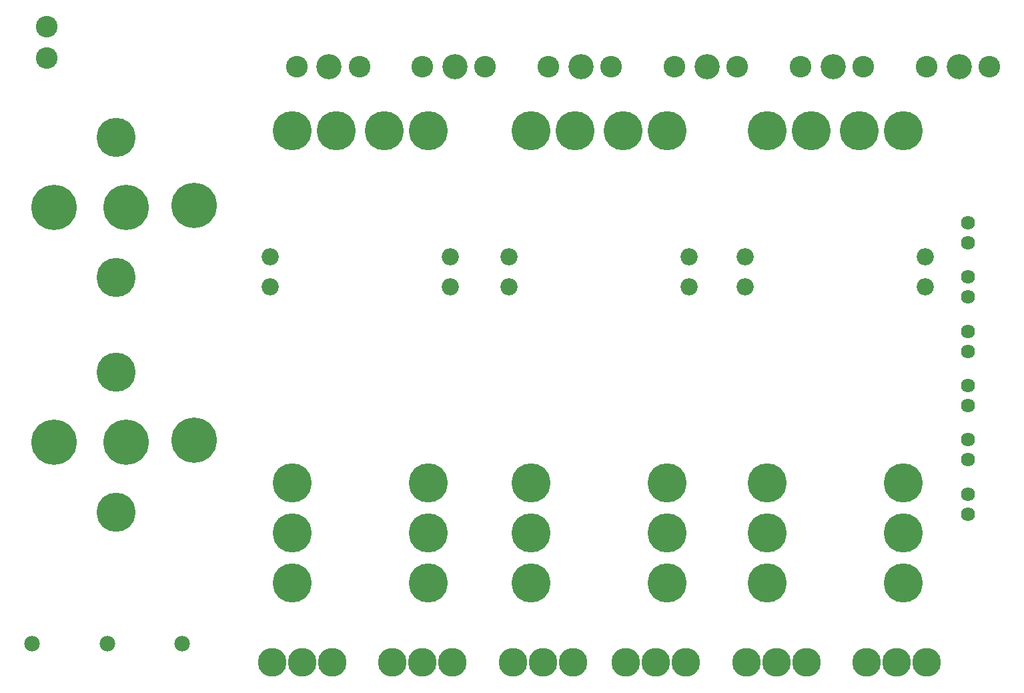
<source format=gbr>
G04 EAGLE Gerber RS-274X export*
G75*
%MOMM*%
%FSLAX34Y34*%
%LPD*%
%INSoldermask Top*%
%IPPOS*%
%AMOC8*
5,1,8,0,0,1.08239X$1,22.5*%
G01*
%ADD10C,3.203200*%
%ADD11C,1.981200*%
%ADD12C,5.759450*%
%ADD13C,4.965700*%
%ADD14C,2.743200*%
%ADD15C,2.187575*%
%ADD16C,3.648075*%
%ADD17C,1.790700*%


D10*
X450000Y810000D03*
X610000Y810000D03*
X770000Y810000D03*
X930000Y810000D03*
X1090000Y810000D03*
X1250000Y810000D03*
D11*
X73350Y77200D03*
X168650Y77200D03*
X263950Y77200D03*
D12*
X192700Y333300D03*
D13*
X180000Y244400D03*
X180000Y422200D03*
D12*
X279060Y335840D03*
X101260Y333300D03*
X192700Y631200D03*
D13*
X180000Y542300D03*
X180000Y720100D03*
D12*
X279060Y633740D03*
X101260Y631200D03*
D14*
X91600Y821015D03*
X91600Y860385D03*
D13*
X576360Y728520D03*
X403640Y728520D03*
X520480Y728520D03*
X459520Y728520D03*
X576360Y281480D03*
X576360Y217980D03*
X576360Y154480D03*
X403640Y281480D03*
X403640Y217980D03*
X403640Y154480D03*
D15*
X604300Y568500D03*
X604300Y530400D03*
X375700Y530400D03*
X375700Y568500D03*
D13*
X879060Y728520D03*
X706340Y728520D03*
X823180Y728520D03*
X762220Y728520D03*
X879060Y281480D03*
X879060Y217980D03*
X879060Y154480D03*
X706340Y281480D03*
X706340Y217980D03*
X706340Y154480D03*
D15*
X907000Y568500D03*
X907000Y530400D03*
X678400Y530400D03*
X678400Y568500D03*
D13*
X1178860Y728520D03*
X1006140Y728520D03*
X1122980Y728520D03*
X1062020Y728520D03*
X1178860Y281480D03*
X1178860Y217980D03*
X1178860Y154480D03*
X1006140Y281480D03*
X1006140Y217980D03*
X1006140Y154480D03*
D15*
X1206800Y568500D03*
X1206800Y530400D03*
X978200Y530400D03*
X978200Y568500D03*
D14*
X488688Y810000D03*
X409313Y810000D03*
X647888Y810000D03*
X568513Y810000D03*
X807888Y810000D03*
X728513Y810000D03*
X967888Y810000D03*
X888513Y810000D03*
X1127888Y810000D03*
X1048513Y810000D03*
X1287888Y810000D03*
X1208513Y810000D03*
D16*
X377700Y54000D03*
X453900Y54000D03*
X415800Y54000D03*
X530700Y54000D03*
X606900Y54000D03*
X568800Y54000D03*
X683700Y54000D03*
X759900Y54000D03*
X721800Y54000D03*
X826700Y54000D03*
X902900Y54000D03*
X864800Y54000D03*
X979700Y54000D03*
X1055900Y54000D03*
X1017800Y54000D03*
X1132700Y54000D03*
X1208900Y54000D03*
X1170800Y54000D03*
D17*
X1261400Y586500D03*
X1261400Y611900D03*
X1261400Y517600D03*
X1261400Y543000D03*
X1261400Y448700D03*
X1261400Y474100D03*
X1261400Y379800D03*
X1261400Y405200D03*
X1261400Y310900D03*
X1261400Y336300D03*
X1261400Y242000D03*
X1261400Y267400D03*
M02*

</source>
